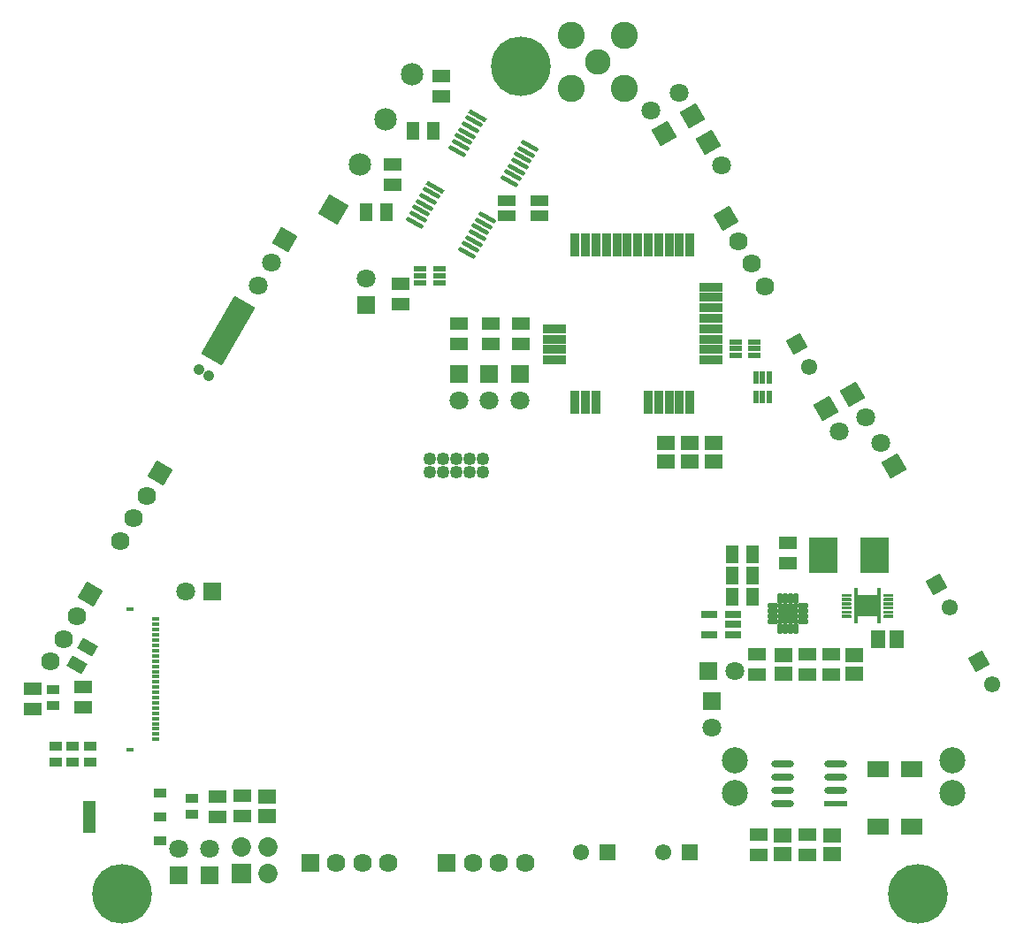
<source format=gts>
G04*
G04 #@! TF.GenerationSoftware,Altium Limited,Altium Designer,22.1.2 (22)*
G04*
G04 Layer_Color=8388736*
%FSLAX25Y25*%
%MOIN*%
G70*
G04*
G04 #@! TF.SameCoordinates,8C121C91-0C0E-4A63-ABDB-05F36A63E408*
G04*
G04*
G04 #@! TF.FilePolarity,Negative*
G04*
G01*
G75*
%ADD28R,0.04800X0.12400*%
%ADD29R,0.04800X0.03400*%
%ADD30R,0.03150X0.01575*%
G04:AMPARAMS|DCode=32|XSize=73.12mil|YSize=16.57mil|CornerRadius=8.28mil|HoleSize=0mil|Usage=FLASHONLY|Rotation=330.000|XOffset=0mil|YOffset=0mil|HoleType=Round|Shape=RoundedRectangle|*
%AMROUNDEDRECTD32*
21,1,0.07312,0.00000,0,0,330.0*
21,1,0.05655,0.01657,0,0,330.0*
1,1,0.01657,0.02449,-0.01414*
1,1,0.01657,-0.02449,0.01414*
1,1,0.01657,-0.02449,0.01414*
1,1,0.01657,0.02449,-0.01414*
%
%ADD32ROUNDEDRECTD32*%
G04:AMPARAMS|DCode=33|XSize=73.12mil|YSize=16.57mil|CornerRadius=0mil|HoleSize=0mil|Usage=FLASHONLY|Rotation=330.000|XOffset=0mil|YOffset=0mil|HoleType=Round|Shape=Rectangle|*
%AMROTATEDRECTD33*
4,1,4,-0.03580,0.01111,-0.02752,0.02545,0.03580,-0.01111,0.02752,-0.02545,-0.03580,0.01111,0.0*
%
%ADD33ROTATEDRECTD33*%

%ADD37R,0.10846X0.13804*%
%ADD43R,0.08679X0.02394*%
G04:AMPARAMS|DCode=44|XSize=86.79mil|YSize=23.94mil|CornerRadius=11.97mil|HoleSize=0mil|Usage=FLASHONLY|Rotation=180.000|XOffset=0mil|YOffset=0mil|HoleType=Round|Shape=RoundedRectangle|*
%AMROUNDEDRECTD44*
21,1,0.08679,0.00000,0,0,180.0*
21,1,0.06285,0.02394,0,0,180.0*
1,1,0.02394,-0.03143,0.00000*
1,1,0.02394,0.03143,0.00000*
1,1,0.02394,0.03143,0.00000*
1,1,0.02394,-0.03143,0.00000*
%
%ADD44ROUNDEDRECTD44*%
%ADD45R,0.02205X0.04567*%
%ADD46R,0.04567X0.02205*%
%ADD47R,0.06509X0.05328*%
%ADD48R,0.05328X0.06509*%
%ADD49R,0.04737X0.03753*%
%ADD50R,0.06509X0.04540*%
G04:AMPARAMS|DCode=51|XSize=45.4mil|YSize=65.09mil|CornerRadius=0mil|HoleSize=0mil|Usage=FLASHONLY|Rotation=60.000|XOffset=0mil|YOffset=0mil|HoleType=Round|Shape=Rectangle|*
%AMROTATEDRECTD51*
4,1,4,0.01683,-0.03593,-0.03953,-0.00339,-0.01683,0.03593,0.03953,0.00339,0.01683,-0.03593,0.0*
%
%ADD51ROTATEDRECTD51*%

%ADD52R,0.04540X0.06509*%
%ADD53R,0.03150X0.01181*%
G04:AMPARAMS|DCode=54|XSize=90.68mil|YSize=252.1mil|CornerRadius=0mil|HoleSize=0mil|Usage=FLASHONLY|Rotation=330.000|XOffset=0mil|YOffset=0mil|HoleType=Round|Shape=Rectangle|*
%AMROTATEDRECTD54*
4,1,4,-0.10229,-0.08649,0.02376,0.13183,0.10229,0.08649,-0.02376,-0.13183,-0.10229,-0.08649,0.0*
%
%ADD54ROTATEDRECTD54*%

%ADD55R,0.06706X0.04343*%
%ADD56R,0.08674X0.03556*%
%ADD57R,0.03556X0.08674*%
G04:AMPARAMS|DCode=58|XSize=41.86mil|YSize=18.24mil|CornerRadius=5.28mil|HoleSize=0mil|Usage=FLASHONLY|Rotation=270.000|XOffset=0mil|YOffset=0mil|HoleType=Round|Shape=RoundedRectangle|*
%AMROUNDEDRECTD58*
21,1,0.04186,0.00768,0,0,270.0*
21,1,0.03130,0.01824,0,0,270.0*
1,1,0.01056,-0.00384,-0.01565*
1,1,0.01056,-0.00384,0.01565*
1,1,0.01056,0.00384,0.01565*
1,1,0.01056,0.00384,-0.01565*
%
%ADD58ROUNDEDRECTD58*%
G04:AMPARAMS|DCode=59|XSize=41.86mil|YSize=18.24mil|CornerRadius=5.28mil|HoleSize=0mil|Usage=FLASHONLY|Rotation=180.000|XOffset=0mil|YOffset=0mil|HoleType=Round|Shape=RoundedRectangle|*
%AMROUNDEDRECTD59*
21,1,0.04186,0.00768,0,0,180.0*
21,1,0.03130,0.01824,0,0,180.0*
1,1,0.01056,-0.01565,0.00384*
1,1,0.01056,0.01565,0.00384*
1,1,0.01056,0.01565,-0.00384*
1,1,0.01056,-0.01565,-0.00384*
%
%ADD59ROUNDEDRECTD59*%
%ADD60R,0.07414X0.07414*%
%ADD61R,0.06391X0.03084*%
%ADD62R,0.08280X0.05918*%
%ADD63C,0.04934*%
%ADD64R,0.07099X0.07099*%
%ADD65C,0.07099*%
%ADD66R,0.06102X0.06102*%
%ADD67C,0.06102*%
%ADD68R,0.07099X0.07099*%
%ADD69R,0.07060X0.07060*%
%ADD70C,0.07060*%
%ADD71P,0.09984X4X285.0*%
%ADD72P,0.10040X4X285.0*%
%ADD73C,0.08477*%
%ADD74P,0.11989X4X105.0*%
%ADD75C,0.10249*%
%ADD76C,0.09658*%
%ADD77P,0.10040X4X165.0*%
%ADD78P,0.09984X4X345.0*%
%ADD79P,0.08630X4X345.0*%
%ADD80C,0.09855*%
%ADD81C,0.04186*%
%ADD82C,0.02769*%
%ADD83R,0.07296X0.07296*%
%ADD84C,0.07296*%
%ADD85C,0.22453*%
G36*
X345035Y136153D02*
X345066Y136150D01*
X345096Y136146D01*
X345127Y136141D01*
X345157Y136133D01*
X345186Y136125D01*
X345216Y136114D01*
X345244Y136102D01*
X345272Y136089D01*
X345299Y136074D01*
X345326Y136058D01*
X345351Y136041D01*
X345376Y136022D01*
X345399Y136002D01*
X345422Y135981D01*
X345443Y135958D01*
X345463Y135935D01*
X345482Y135910D01*
X345499Y135885D01*
X345515Y135858D01*
X345530Y135831D01*
X345543Y135803D01*
X345555Y135775D01*
X345566Y135746D01*
X345574Y135716D01*
X345582Y135686D01*
X345587Y135655D01*
X345591Y135625D01*
X345594Y135594D01*
X345595Y135563D01*
X345594Y135532D01*
X345591Y135501D01*
X345587Y135471D01*
X345582Y135440D01*
X345574Y135410D01*
X345566Y135380D01*
X345555Y135351D01*
X345543Y135323D01*
X345530Y135295D01*
X345515Y135268D01*
X345499Y135241D01*
X345482Y135216D01*
X345463Y135191D01*
X345443Y135168D01*
X345422Y135145D01*
X345399Y135124D01*
X345376Y135104D01*
X345351Y135085D01*
X345326Y135068D01*
X345299Y135052D01*
X345272Y135037D01*
X345244Y135023D01*
X345216Y135012D01*
X345186Y135001D01*
X345157Y134993D01*
X345127Y134985D01*
X345096Y134980D01*
X345066Y134976D01*
X345035Y134973D01*
X345004Y134972D01*
X341854D01*
Y135563D01*
Y136153D01*
X345004D01*
X345035Y136153D01*
D02*
G37*
G36*
Y137727D02*
X345066Y137725D01*
X345096Y137721D01*
X345127Y137715D01*
X345157Y137708D01*
X345186Y137699D01*
X345216Y137689D01*
X345244Y137677D01*
X345272Y137664D01*
X345299Y137649D01*
X345326Y137633D01*
X345351Y137616D01*
X345376Y137597D01*
X345399Y137577D01*
X345422Y137555D01*
X345443Y137533D01*
X345463Y137509D01*
X345482Y137485D01*
X345499Y137459D01*
X345515Y137433D01*
X345530Y137406D01*
X345543Y137378D01*
X345555Y137349D01*
X345566Y137320D01*
X345574Y137291D01*
X345582Y137261D01*
X345587Y137230D01*
X345591Y137199D01*
X345594Y137169D01*
X345595Y137138D01*
X345594Y137107D01*
X345591Y137076D01*
X345587Y137045D01*
X345582Y137015D01*
X345574Y136985D01*
X345566Y136955D01*
X345555Y136926D01*
X345543Y136898D01*
X345530Y136870D01*
X345515Y136843D01*
X345499Y136816D01*
X345482Y136791D01*
X345463Y136766D01*
X345443Y136743D01*
X345422Y136720D01*
X345399Y136699D01*
X345376Y136679D01*
X345351Y136660D01*
X345326Y136643D01*
X345299Y136626D01*
X345272Y136612D01*
X345244Y136598D01*
X345216Y136586D01*
X345186Y136576D01*
X345157Y136567D01*
X345127Y136560D01*
X345096Y136555D01*
X345066Y136550D01*
X345035Y136548D01*
X345004Y136547D01*
X341854D01*
Y137138D01*
Y137728D01*
X345004D01*
X345035Y137727D01*
D02*
G37*
G36*
Y139302D02*
X345066Y139300D01*
X345096Y139296D01*
X345127Y139290D01*
X345157Y139283D01*
X345186Y139274D01*
X345216Y139264D01*
X345244Y139252D01*
X345272Y139239D01*
X345299Y139224D01*
X345326Y139208D01*
X345351Y139190D01*
X345376Y139172D01*
X345399Y139152D01*
X345422Y139130D01*
X345443Y139108D01*
X345463Y139084D01*
X345482Y139060D01*
X345499Y139034D01*
X345515Y139008D01*
X345530Y138981D01*
X345543Y138953D01*
X345555Y138924D01*
X345566Y138895D01*
X345574Y138865D01*
X345582Y138835D01*
X345587Y138805D01*
X345591Y138774D01*
X345594Y138743D01*
X345595Y138713D01*
X345594Y138682D01*
X345591Y138651D01*
X345587Y138620D01*
X345582Y138590D01*
X345574Y138560D01*
X345566Y138530D01*
X345555Y138501D01*
X345543Y138472D01*
X345530Y138444D01*
X345515Y138417D01*
X345499Y138391D01*
X345482Y138365D01*
X345463Y138341D01*
X345443Y138317D01*
X345422Y138295D01*
X345399Y138274D01*
X345376Y138254D01*
X345351Y138235D01*
X345326Y138217D01*
X345299Y138201D01*
X345272Y138186D01*
X345244Y138173D01*
X345216Y138161D01*
X345186Y138151D01*
X345157Y138142D01*
X345127Y138135D01*
X345096Y138129D01*
X345066Y138125D01*
X345035Y138123D01*
X345004Y138122D01*
X341854D01*
Y138713D01*
Y139303D01*
X345004D01*
X345035Y139302D01*
D02*
G37*
G36*
Y140877D02*
X345066Y140875D01*
X345096Y140871D01*
X345127Y140865D01*
X345157Y140858D01*
X345186Y140849D01*
X345216Y140839D01*
X345244Y140827D01*
X345272Y140814D01*
X345299Y140799D01*
X345326Y140783D01*
X345351Y140765D01*
X345376Y140746D01*
X345399Y140726D01*
X345422Y140705D01*
X345443Y140683D01*
X345463Y140659D01*
X345482Y140635D01*
X345499Y140609D01*
X345515Y140583D01*
X345530Y140556D01*
X345543Y140528D01*
X345555Y140499D01*
X345566Y140470D01*
X345574Y140440D01*
X345582Y140410D01*
X345587Y140380D01*
X345591Y140349D01*
X345594Y140318D01*
X345595Y140287D01*
X345594Y140257D01*
X345591Y140226D01*
X345587Y140195D01*
X345582Y140165D01*
X345574Y140135D01*
X345566Y140105D01*
X345555Y140076D01*
X345543Y140047D01*
X345530Y140019D01*
X345515Y139992D01*
X345499Y139966D01*
X345482Y139940D01*
X345463Y139916D01*
X345443Y139892D01*
X345422Y139870D01*
X345399Y139848D01*
X345376Y139829D01*
X345351Y139810D01*
X345326Y139792D01*
X345299Y139776D01*
X345272Y139761D01*
X345244Y139748D01*
X345216Y139736D01*
X345186Y139726D01*
X345157Y139717D01*
X345127Y139710D01*
X345096Y139704D01*
X345066Y139700D01*
X345035Y139698D01*
X345004Y139697D01*
X341854D01*
Y140287D01*
Y140878D01*
X345004D01*
X345035Y140877D01*
D02*
G37*
G36*
Y142452D02*
X345066Y142449D01*
X345096Y142446D01*
X345127Y142440D01*
X345157Y142433D01*
X345186Y142424D01*
X345216Y142413D01*
X345244Y142402D01*
X345272Y142388D01*
X345299Y142374D01*
X345326Y142358D01*
X345351Y142340D01*
X345376Y142321D01*
X345399Y142301D01*
X345422Y142280D01*
X345443Y142257D01*
X345463Y142234D01*
X345482Y142209D01*
X345499Y142184D01*
X345515Y142157D01*
X345530Y142130D01*
X345543Y142102D01*
X345555Y142074D01*
X345566Y142045D01*
X345574Y142015D01*
X345582Y141985D01*
X345587Y141955D01*
X345591Y141924D01*
X345594Y141893D01*
X345595Y141862D01*
X345594Y141831D01*
X345591Y141800D01*
X345587Y141770D01*
X345582Y141739D01*
X345574Y141709D01*
X345566Y141680D01*
X345555Y141651D01*
X345543Y141622D01*
X345530Y141594D01*
X345515Y141567D01*
X345499Y141541D01*
X345482Y141515D01*
X345463Y141491D01*
X345443Y141467D01*
X345422Y141445D01*
X345399Y141423D01*
X345376Y141403D01*
X345351Y141384D01*
X345326Y141367D01*
X345299Y141351D01*
X345272Y141336D01*
X345244Y141323D01*
X345216Y141311D01*
X345186Y141301D01*
X345157Y141292D01*
X345127Y141285D01*
X345096Y141279D01*
X345066Y141275D01*
X345035Y141272D01*
X345004Y141272D01*
X341854D01*
Y141862D01*
Y142453D01*
X345004D01*
X345035Y142452D01*
D02*
G37*
G36*
Y144027D02*
X345066Y144024D01*
X345096Y144020D01*
X345127Y144015D01*
X345157Y144007D01*
X345186Y143999D01*
X345216Y143988D01*
X345244Y143976D01*
X345272Y143963D01*
X345299Y143948D01*
X345326Y143932D01*
X345351Y143915D01*
X345376Y143896D01*
X345399Y143876D01*
X345422Y143855D01*
X345443Y143832D01*
X345463Y143809D01*
X345482Y143784D01*
X345499Y143759D01*
X345515Y143732D01*
X345530Y143705D01*
X345543Y143677D01*
X345555Y143649D01*
X345566Y143620D01*
X345574Y143590D01*
X345582Y143560D01*
X345587Y143529D01*
X345591Y143499D01*
X345594Y143468D01*
X345595Y143437D01*
X345594Y143406D01*
X345591Y143375D01*
X345587Y143345D01*
X345582Y143314D01*
X345574Y143284D01*
X345566Y143254D01*
X345555Y143225D01*
X345543Y143197D01*
X345530Y143169D01*
X345515Y143142D01*
X345499Y143115D01*
X345482Y143090D01*
X345463Y143065D01*
X345443Y143042D01*
X345422Y143019D01*
X345399Y142998D01*
X345376Y142978D01*
X345351Y142959D01*
X345326Y142942D01*
X345299Y142926D01*
X345272Y142911D01*
X345244Y142897D01*
X345216Y142886D01*
X345186Y142875D01*
X345157Y142867D01*
X345127Y142859D01*
X345096Y142854D01*
X345066Y142850D01*
X345035Y142847D01*
X345004Y142847D01*
X341854D01*
Y143437D01*
Y144028D01*
X345004D01*
X345035Y144027D01*
D02*
G37*
G36*
X356520Y132807D02*
X355142D01*
Y135465D01*
X347858D01*
Y132807D01*
X346480D01*
Y146193D01*
X347858D01*
Y143535D01*
X355142D01*
Y146193D01*
X356520D01*
Y132807D01*
D02*
G37*
G36*
X361146Y143437D02*
Y142847D01*
X357996D01*
X357965Y142847D01*
X357934Y142850D01*
X357904Y142854D01*
X357873Y142859D01*
X357843Y142867D01*
X357814Y142875D01*
X357784Y142886D01*
X357756Y142897D01*
X357728Y142911D01*
X357701Y142926D01*
X357674Y142942D01*
X357649Y142959D01*
X357624Y142978D01*
X357601Y142998D01*
X357578Y143019D01*
X357557Y143042D01*
X357537Y143065D01*
X357518Y143090D01*
X357501Y143115D01*
X357485Y143142D01*
X357470Y143169D01*
X357457Y143197D01*
X357445Y143225D01*
X357434Y143254D01*
X357426Y143284D01*
X357418Y143314D01*
X357413Y143345D01*
X357409Y143375D01*
X357406Y143406D01*
X357405Y143437D01*
X357406Y143468D01*
X357409Y143499D01*
X357413Y143529D01*
X357418Y143560D01*
X357426Y143590D01*
X357434Y143620D01*
X357445Y143649D01*
X357457Y143677D01*
X357470Y143705D01*
X357485Y143732D01*
X357501Y143759D01*
X357518Y143784D01*
X357537Y143809D01*
X357557Y143832D01*
X357578Y143855D01*
X357601Y143876D01*
X357624Y143896D01*
X357649Y143915D01*
X357674Y143932D01*
X357701Y143948D01*
X357728Y143963D01*
X357756Y143976D01*
X357784Y143988D01*
X357814Y143999D01*
X357843Y144007D01*
X357873Y144015D01*
X357904Y144020D01*
X357934Y144024D01*
X357965Y144027D01*
X357996Y144028D01*
X361146D01*
Y143437D01*
D02*
G37*
G36*
Y141862D02*
Y141272D01*
X357996D01*
X357965Y141272D01*
X357934Y141275D01*
X357904Y141279D01*
X357873Y141285D01*
X357843Y141292D01*
X357814Y141301D01*
X357784Y141311D01*
X357756Y141323D01*
X357728Y141336D01*
X357701Y141351D01*
X357674Y141367D01*
X357649Y141384D01*
X357624Y141403D01*
X357601Y141423D01*
X357578Y141445D01*
X357557Y141467D01*
X357537Y141491D01*
X357518Y141515D01*
X357501Y141541D01*
X357485Y141567D01*
X357470Y141594D01*
X357457Y141622D01*
X357445Y141651D01*
X357434Y141680D01*
X357426Y141709D01*
X357418Y141739D01*
X357413Y141770D01*
X357409Y141800D01*
X357406Y141831D01*
X357405Y141862D01*
X357406Y141893D01*
X357409Y141924D01*
X357413Y141955D01*
X357418Y141985D01*
X357426Y142015D01*
X357434Y142045D01*
X357445Y142074D01*
X357457Y142102D01*
X357470Y142130D01*
X357485Y142157D01*
X357501Y142184D01*
X357518Y142209D01*
X357537Y142234D01*
X357557Y142257D01*
X357578Y142280D01*
X357601Y142301D01*
X357624Y142321D01*
X357649Y142340D01*
X357674Y142358D01*
X357701Y142374D01*
X357728Y142388D01*
X357756Y142402D01*
X357784Y142413D01*
X357814Y142424D01*
X357843Y142433D01*
X357873Y142440D01*
X357904Y142446D01*
X357934Y142449D01*
X357965Y142452D01*
X357996Y142453D01*
X361146D01*
Y141862D01*
D02*
G37*
G36*
Y140287D02*
Y139697D01*
X357996D01*
X357965Y139698D01*
X357934Y139700D01*
X357904Y139704D01*
X357873Y139710D01*
X357843Y139717D01*
X357814Y139726D01*
X357784Y139736D01*
X357756Y139748D01*
X357728Y139761D01*
X357701Y139776D01*
X357674Y139792D01*
X357649Y139810D01*
X357624Y139829D01*
X357601Y139848D01*
X357578Y139870D01*
X357557Y139892D01*
X357537Y139916D01*
X357518Y139940D01*
X357501Y139966D01*
X357485Y139992D01*
X357470Y140019D01*
X357457Y140047D01*
X357445Y140076D01*
X357434Y140105D01*
X357426Y140135D01*
X357418Y140165D01*
X357413Y140195D01*
X357409Y140226D01*
X357406Y140257D01*
X357405Y140287D01*
X357406Y140318D01*
X357409Y140349D01*
X357413Y140380D01*
X357418Y140410D01*
X357426Y140440D01*
X357434Y140470D01*
X357445Y140499D01*
X357457Y140528D01*
X357470Y140556D01*
X357485Y140583D01*
X357501Y140609D01*
X357518Y140635D01*
X357537Y140659D01*
X357557Y140683D01*
X357578Y140705D01*
X357601Y140726D01*
X357624Y140746D01*
X357649Y140765D01*
X357674Y140783D01*
X357701Y140799D01*
X357728Y140814D01*
X357756Y140827D01*
X357784Y140839D01*
X357814Y140849D01*
X357843Y140858D01*
X357873Y140865D01*
X357904Y140871D01*
X357934Y140875D01*
X357965Y140877D01*
X357996Y140878D01*
X361146D01*
Y140287D01*
D02*
G37*
G36*
Y138713D02*
Y138122D01*
X357996D01*
X357965Y138123D01*
X357934Y138125D01*
X357904Y138129D01*
X357873Y138135D01*
X357843Y138142D01*
X357814Y138151D01*
X357784Y138161D01*
X357756Y138173D01*
X357728Y138186D01*
X357701Y138201D01*
X357674Y138217D01*
X357649Y138235D01*
X357624Y138254D01*
X357601Y138274D01*
X357578Y138295D01*
X357557Y138317D01*
X357537Y138341D01*
X357518Y138365D01*
X357501Y138391D01*
X357485Y138417D01*
X357470Y138444D01*
X357457Y138472D01*
X357445Y138501D01*
X357434Y138530D01*
X357426Y138560D01*
X357418Y138590D01*
X357413Y138620D01*
X357409Y138651D01*
X357406Y138682D01*
X357405Y138713D01*
X357406Y138743D01*
X357409Y138774D01*
X357413Y138805D01*
X357418Y138835D01*
X357426Y138865D01*
X357434Y138895D01*
X357445Y138924D01*
X357457Y138953D01*
X357470Y138981D01*
X357485Y139008D01*
X357501Y139034D01*
X357518Y139060D01*
X357537Y139084D01*
X357557Y139108D01*
X357578Y139130D01*
X357601Y139152D01*
X357624Y139172D01*
X357649Y139190D01*
X357674Y139208D01*
X357701Y139224D01*
X357728Y139239D01*
X357756Y139252D01*
X357784Y139264D01*
X357814Y139274D01*
X357843Y139283D01*
X357873Y139290D01*
X357904Y139296D01*
X357934Y139300D01*
X357965Y139302D01*
X357996Y139303D01*
X361146D01*
Y138713D01*
D02*
G37*
G36*
Y137138D02*
Y136547D01*
X357996D01*
X357965Y136548D01*
X357934Y136550D01*
X357904Y136555D01*
X357873Y136560D01*
X357843Y136567D01*
X357814Y136576D01*
X357784Y136586D01*
X357756Y136598D01*
X357728Y136612D01*
X357701Y136626D01*
X357674Y136643D01*
X357649Y136660D01*
X357624Y136679D01*
X357601Y136699D01*
X357578Y136720D01*
X357557Y136743D01*
X357537Y136766D01*
X357518Y136791D01*
X357501Y136816D01*
X357485Y136843D01*
X357470Y136870D01*
X357457Y136898D01*
X357445Y136926D01*
X357434Y136955D01*
X357426Y136985D01*
X357418Y137015D01*
X357413Y137045D01*
X357409Y137076D01*
X357406Y137107D01*
X357405Y137138D01*
X357406Y137169D01*
X357409Y137199D01*
X357413Y137230D01*
X357418Y137261D01*
X357426Y137291D01*
X357434Y137320D01*
X357445Y137349D01*
X357457Y137378D01*
X357470Y137406D01*
X357485Y137433D01*
X357501Y137459D01*
X357518Y137485D01*
X357537Y137509D01*
X357557Y137533D01*
X357578Y137555D01*
X357601Y137577D01*
X357624Y137597D01*
X357649Y137616D01*
X357674Y137633D01*
X357701Y137649D01*
X357728Y137664D01*
X357756Y137677D01*
X357784Y137689D01*
X357814Y137699D01*
X357843Y137708D01*
X357873Y137715D01*
X357904Y137721D01*
X357934Y137725D01*
X357965Y137727D01*
X357996Y137728D01*
X361146D01*
Y137138D01*
D02*
G37*
G36*
Y135563D02*
Y134972D01*
X357996D01*
X357965Y134973D01*
X357934Y134976D01*
X357904Y134980D01*
X357873Y134985D01*
X357843Y134993D01*
X357814Y135001D01*
X357784Y135012D01*
X357756Y135023D01*
X357728Y135037D01*
X357701Y135052D01*
X357674Y135068D01*
X357649Y135085D01*
X357624Y135104D01*
X357601Y135124D01*
X357578Y135145D01*
X357557Y135168D01*
X357537Y135191D01*
X357518Y135216D01*
X357501Y135241D01*
X357485Y135268D01*
X357470Y135295D01*
X357457Y135323D01*
X357445Y135351D01*
X357434Y135380D01*
X357426Y135410D01*
X357418Y135440D01*
X357413Y135471D01*
X357409Y135501D01*
X357406Y135532D01*
X357405Y135563D01*
X357406Y135594D01*
X357409Y135625D01*
X357413Y135655D01*
X357418Y135686D01*
X357426Y135716D01*
X357434Y135746D01*
X357445Y135775D01*
X357457Y135803D01*
X357470Y135831D01*
X357485Y135858D01*
X357501Y135885D01*
X357518Y135910D01*
X357537Y135935D01*
X357557Y135958D01*
X357578Y135981D01*
X357601Y136002D01*
X357624Y136022D01*
X357649Y136041D01*
X357674Y136058D01*
X357701Y136074D01*
X357728Y136089D01*
X357756Y136102D01*
X357784Y136114D01*
X357814Y136125D01*
X357843Y136133D01*
X357873Y136141D01*
X357904Y136146D01*
X357934Y136150D01*
X357965Y136153D01*
X357996Y136153D01*
X361146D01*
Y135563D01*
D02*
G37*
D28*
X58303Y60000D02*
D03*
D29*
X85004Y69055D02*
D03*
Y60000D02*
D03*
Y50945D02*
D03*
D30*
X73425Y85236D02*
D03*
Y138386D02*
D03*
D32*
X224228Y312939D02*
D03*
X222949Y310723D02*
D03*
X221669Y308506D02*
D03*
X220390Y306290D02*
D03*
X219110Y304074D02*
D03*
X217830Y301858D02*
D03*
X216551Y299642D02*
D03*
X196772Y311061D02*
D03*
X198051Y313277D02*
D03*
X199331Y315493D02*
D03*
X200610Y317710D02*
D03*
X201890Y319926D02*
D03*
X203169Y322142D02*
D03*
X187170Y295142D02*
D03*
X185890Y292926D02*
D03*
X184610Y290710D02*
D03*
X183331Y288493D02*
D03*
X182051Y286277D02*
D03*
X180772Y284061D02*
D03*
X200551Y272642D02*
D03*
X201831Y274858D02*
D03*
X203110Y277074D02*
D03*
X204390Y279290D02*
D03*
X205669Y281506D02*
D03*
X206949Y283723D02*
D03*
X208228Y285939D02*
D03*
D33*
X204449Y324358D02*
D03*
X188449Y297358D02*
D03*
D37*
X354050Y158500D02*
D03*
X334950D02*
D03*
D43*
X339543Y65000D02*
D03*
D44*
Y70000D02*
D03*
Y75000D02*
D03*
Y80000D02*
D03*
X319457D02*
D03*
Y75000D02*
D03*
Y70000D02*
D03*
Y65000D02*
D03*
D45*
X314559Y225500D02*
D03*
X312000D02*
D03*
X309441D02*
D03*
X314559Y218413D02*
D03*
X312000D02*
D03*
X309441D02*
D03*
D46*
X301913Y239059D02*
D03*
Y236500D02*
D03*
Y233941D02*
D03*
X309000Y239059D02*
D03*
Y236500D02*
D03*
Y233941D02*
D03*
X183000Y266559D02*
D03*
Y264000D02*
D03*
Y261441D02*
D03*
X190087Y266559D02*
D03*
Y264000D02*
D03*
Y261441D02*
D03*
D47*
X275500Y201043D02*
D03*
Y193957D02*
D03*
X284500Y201043D02*
D03*
Y193957D02*
D03*
X293500Y201043D02*
D03*
Y193957D02*
D03*
X125098Y67520D02*
D03*
Y60433D02*
D03*
X319500Y53043D02*
D03*
Y45957D02*
D03*
X338299Y45902D02*
D03*
Y52988D02*
D03*
X320000Y121043D02*
D03*
Y113957D02*
D03*
X346500D02*
D03*
Y121043D02*
D03*
D48*
X355457Y127000D02*
D03*
X362543D02*
D03*
D49*
X97000Y61047D02*
D03*
Y66953D02*
D03*
X44500Y107953D02*
D03*
Y102047D02*
D03*
X52000Y80547D02*
D03*
Y86453D02*
D03*
X58500Y80547D02*
D03*
Y86453D02*
D03*
X45500Y80547D02*
D03*
Y86453D02*
D03*
D50*
X106595Y67716D02*
D03*
Y60039D02*
D03*
X115847Y67815D02*
D03*
Y60138D02*
D03*
X37000Y108339D02*
D03*
Y100661D02*
D03*
X56000Y101161D02*
D03*
Y108839D02*
D03*
X191000Y339339D02*
D03*
Y331661D02*
D03*
X175500Y253161D02*
D03*
Y260839D02*
D03*
X172500Y305839D02*
D03*
Y298161D02*
D03*
X310500Y53339D02*
D03*
Y45661D02*
D03*
X328799Y45606D02*
D03*
Y53284D02*
D03*
X197500Y245839D02*
D03*
Y238161D02*
D03*
X209500Y245839D02*
D03*
Y238161D02*
D03*
X221000Y245839D02*
D03*
Y238161D02*
D03*
X310000Y121339D02*
D03*
Y113661D02*
D03*
X321500Y155661D02*
D03*
Y163339D02*
D03*
X329000Y121339D02*
D03*
Y113661D02*
D03*
X338000Y121339D02*
D03*
Y113661D02*
D03*
D51*
X53581Y117176D02*
D03*
X57419Y123824D02*
D03*
D52*
X180161Y318500D02*
D03*
X187839D02*
D03*
X162661Y288000D02*
D03*
X170339D02*
D03*
X300661Y159000D02*
D03*
X308339D02*
D03*
X300661Y151000D02*
D03*
X308339D02*
D03*
X300661Y143000D02*
D03*
X308339D02*
D03*
D53*
X83268Y134449D02*
D03*
Y132480D02*
D03*
Y130512D02*
D03*
Y128543D02*
D03*
Y126575D02*
D03*
Y124606D02*
D03*
Y122638D02*
D03*
Y120669D02*
D03*
Y118701D02*
D03*
Y116732D02*
D03*
Y114764D02*
D03*
Y112795D02*
D03*
Y110827D02*
D03*
Y108858D02*
D03*
Y106890D02*
D03*
Y104921D02*
D03*
Y102953D02*
D03*
Y100984D02*
D03*
Y99016D02*
D03*
Y97047D02*
D03*
Y95079D02*
D03*
Y93110D02*
D03*
Y91142D02*
D03*
Y89173D02*
D03*
D54*
X110555Y243184D02*
D03*
D55*
X227756Y286614D02*
D03*
Y292126D02*
D03*
X215551D02*
D03*
Y286614D02*
D03*
D56*
X233445Y244000D02*
D03*
Y240063D02*
D03*
X292500Y259748D02*
D03*
Y255811D02*
D03*
Y251874D02*
D03*
Y247937D02*
D03*
Y244000D02*
D03*
Y240063D02*
D03*
Y236126D02*
D03*
Y232189D02*
D03*
X233445D02*
D03*
Y236126D02*
D03*
D57*
X268878Y216441D02*
D03*
X272815D02*
D03*
X276752D02*
D03*
X280689D02*
D03*
X284626D02*
D03*
X249193D02*
D03*
X245256D02*
D03*
X241319D02*
D03*
Y275496D02*
D03*
X245256D02*
D03*
X249193D02*
D03*
X253130D02*
D03*
X257067D02*
D03*
X261004D02*
D03*
X264941D02*
D03*
X268878D02*
D03*
X272815D02*
D03*
X276752D02*
D03*
X280689D02*
D03*
X284626D02*
D03*
D58*
X324453Y142150D02*
D03*
X322484D02*
D03*
X320516D02*
D03*
X318547D02*
D03*
Y130850D02*
D03*
X320516D02*
D03*
X322484D02*
D03*
X324453D02*
D03*
D59*
X327150Y133547D02*
D03*
Y135516D02*
D03*
Y137484D02*
D03*
Y139453D02*
D03*
X315850D02*
D03*
Y137484D02*
D03*
Y135516D02*
D03*
Y133547D02*
D03*
D60*
X321500Y136500D02*
D03*
D61*
X301008Y128760D02*
D03*
Y132500D02*
D03*
Y136240D02*
D03*
X291992D02*
D03*
Y128760D02*
D03*
D62*
X368299Y56173D02*
D03*
Y77827D02*
D03*
X355701D02*
D03*
Y56173D02*
D03*
D63*
X206500Y190000D02*
D03*
X201500D02*
D03*
X196500D02*
D03*
X191500D02*
D03*
Y195000D02*
D03*
X196500D02*
D03*
X201500D02*
D03*
X206500D02*
D03*
X186500D02*
D03*
Y190000D02*
D03*
D64*
X291500Y115000D02*
D03*
X104500Y145000D02*
D03*
D65*
X301500Y115000D02*
D03*
X293000Y93500D02*
D03*
X103500Y48000D02*
D03*
X94500Y145000D02*
D03*
X127000Y269000D02*
D03*
X122000Y260340D02*
D03*
X197500Y217000D02*
D03*
X209000D02*
D03*
X220500D02*
D03*
X162500Y263071D02*
D03*
X280500Y332830D02*
D03*
X270000Y326330D02*
D03*
X296500Y305670D02*
D03*
X351000Y210670D02*
D03*
X341000Y205170D02*
D03*
X356500Y200830D02*
D03*
X92000Y48000D02*
D03*
D66*
X253421Y46567D02*
D03*
X284500Y46500D02*
D03*
D67*
X243579Y46567D02*
D03*
X274658Y46500D02*
D03*
X329671Y229705D02*
D03*
X382500Y139000D02*
D03*
X398500Y110000D02*
D03*
D68*
X293000Y103500D02*
D03*
X103500Y38000D02*
D03*
X197500Y227000D02*
D03*
X209000D02*
D03*
X220500D02*
D03*
X162500Y253071D02*
D03*
X92000Y38000D02*
D03*
D69*
X192972Y42500D02*
D03*
X141472D02*
D03*
D70*
X202815D02*
D03*
X212657D02*
D03*
X222500D02*
D03*
X151315D02*
D03*
X161158D02*
D03*
X171000D02*
D03*
X53500Y135500D02*
D03*
X48579Y126976D02*
D03*
X43657Y118452D02*
D03*
X79843Y181048D02*
D03*
X74921Y172524D02*
D03*
X70000Y164000D02*
D03*
X312842Y259952D02*
D03*
X307921Y268476D02*
D03*
X303000Y277000D02*
D03*
D71*
X58421Y144024D02*
D03*
X84764Y189572D02*
D03*
D72*
X132000Y277660D02*
D03*
D73*
X179842Y340048D02*
D03*
X170000Y323000D02*
D03*
X160158Y305952D02*
D03*
D74*
X150315Y288905D02*
D03*
D75*
X240000Y354500D02*
D03*
Y334500D02*
D03*
X260000D02*
D03*
Y354500D02*
D03*
D76*
X250000Y344500D02*
D03*
D77*
X285500Y324170D02*
D03*
X275000Y317670D02*
D03*
X291500Y314330D02*
D03*
X346000Y219330D02*
D03*
X336000Y213830D02*
D03*
X361500Y192170D02*
D03*
D78*
X298079Y285524D02*
D03*
D79*
X324749Y238229D02*
D03*
X377579Y147524D02*
D03*
X393579Y118524D02*
D03*
D80*
X301610Y69000D02*
D03*
Y81205D02*
D03*
X383500D02*
D03*
Y69000D02*
D03*
D81*
X103375Y226417D02*
D03*
X99625Y228583D02*
D03*
D82*
X347957Y141469D02*
D03*
Y137531D02*
D03*
X351500Y141469D02*
D03*
Y137531D02*
D03*
X355043Y141469D02*
D03*
Y137531D02*
D03*
D83*
X115500Y38500D02*
D03*
D84*
X125500D02*
D03*
X115500Y48500D02*
D03*
X125500D02*
D03*
D85*
X221000Y343000D02*
D03*
X70500Y31000D02*
D03*
X370500D02*
D03*
M02*

</source>
